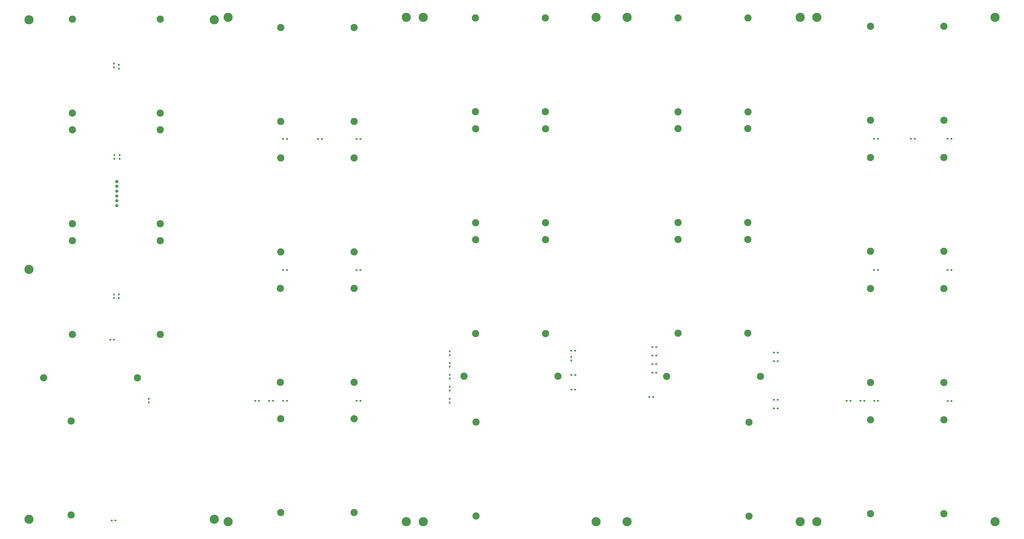
<source format=gts>
G04 #@! TF.GenerationSoftware,KiCad,Pcbnew,7.0.8*
G04 #@! TF.CreationDate,2024-02-17T16:19:58-08:00*
G04 #@! TF.ProjectId,FlexDeploySidePanels,466c6578-4465-4706-9c6f-795369646550,rev?*
G04 #@! TF.SameCoordinates,Original*
G04 #@! TF.FileFunction,Soldermask,Top*
G04 #@! TF.FilePolarity,Negative*
%FSLAX46Y46*%
G04 Gerber Fmt 4.6, Leading zero omitted, Abs format (unit mm)*
G04 Created by KiCad (PCBNEW 7.0.8) date 2024-02-17 16:19:58*
%MOMM*%
%LPD*%
G01*
G04 APERTURE LIST*
G04 Aperture macros list*
%AMRoundRect*
0 Rectangle with rounded corners*
0 $1 Rounding radius*
0 $2 $3 $4 $5 $6 $7 $8 $9 X,Y pos of 4 corners*
0 Add a 4 corners polygon primitive as box body*
4,1,4,$2,$3,$4,$5,$6,$7,$8,$9,$2,$3,0*
0 Add four circle primitives for the rounded corners*
1,1,$1+$1,$2,$3*
1,1,$1+$1,$4,$5*
1,1,$1+$1,$6,$7*
1,1,$1+$1,$8,$9*
0 Add four rect primitives between the rounded corners*
20,1,$1+$1,$2,$3,$4,$5,0*
20,1,$1+$1,$4,$5,$6,$7,0*
20,1,$1+$1,$6,$7,$8,$9,0*
20,1,$1+$1,$8,$9,$2,$3,0*%
G04 Aperture macros list end*
%ADD10RoundRect,0.102000X0.280000X0.200000X-0.280000X0.200000X-0.280000X-0.200000X0.280000X-0.200000X0*%
%ADD11RoundRect,0.102000X-0.280000X-0.200000X0.280000X-0.200000X0.280000X0.200000X-0.280000X0.200000X0*%
%ADD12C,3.000000*%
%ADD13R,1.308000X1.308000*%
%ADD14C,1.308000*%
%ADD15C,2.600000*%
%ADD16C,3.800000*%
%ADD17RoundRect,0.102000X0.200000X-0.280000X0.200000X0.280000X-0.200000X0.280000X-0.200000X-0.280000X0*%
%ADD18RoundRect,0.102000X-0.200000X0.280000X-0.200000X-0.280000X0.200000X-0.280000X0.200000X0.280000X0*%
G04 APERTURE END LIST*
D10*
X401845000Y-261122856D03*
X403415000Y-261122856D03*
D11*
X445105000Y-261574797D03*
X443535000Y-261574797D03*
D12*
X472450000Y-308454797D03*
X472450000Y-269454797D03*
X306900000Y-141450000D03*
X306900000Y-102450000D03*
X147000000Y-141999000D03*
X147000000Y-102999000D03*
D10*
X351380000Y-242777144D03*
X352950000Y-242777144D03*
D13*
X128950000Y-170450000D03*
D14*
X128950000Y-172450000D03*
X128950000Y-174450000D03*
X128950000Y-176450000D03*
X128950000Y-178450000D03*
X128950000Y-180450000D03*
D12*
X277950000Y-194650000D03*
X277950000Y-233650000D03*
D11*
X433655000Y-261574797D03*
X432085000Y-261574797D03*
D10*
X351380000Y-239215716D03*
X352950000Y-239215716D03*
D12*
X391100000Y-141500000D03*
X391100000Y-102500000D03*
D15*
X169450000Y-103250000D03*
D16*
X169450000Y-103250000D03*
D12*
X273150000Y-251300000D03*
X312150000Y-251300000D03*
D17*
X127762000Y-217378000D03*
X127762000Y-218948000D03*
X127762000Y-121435000D03*
X127762000Y-123005000D03*
D12*
X362000000Y-148500000D03*
X362000000Y-187500000D03*
X197000000Y-269000000D03*
X197000000Y-308000000D03*
D10*
X401845000Y-241548572D03*
X403415000Y-241548572D03*
D15*
X92450000Y-310750000D03*
D16*
X92450000Y-310750000D03*
D12*
X98500000Y-252000000D03*
X137500000Y-252000000D03*
D15*
X340900000Y-311750000D03*
D16*
X340900000Y-311750000D03*
D12*
X277900000Y-102450000D03*
X277900000Y-141450000D03*
X441950000Y-160454797D03*
X441950000Y-199454797D03*
D11*
X351654000Y-260000000D03*
X350084000Y-260000000D03*
D12*
X362000000Y-194500000D03*
X362000000Y-233500000D03*
D11*
X187960000Y-261620000D03*
X186390000Y-261620000D03*
X319285000Y-256900000D03*
X317715000Y-256900000D03*
D17*
X127900000Y-159465000D03*
X127900000Y-161035000D03*
D15*
X493700000Y-311750000D03*
D16*
X493700000Y-311750000D03*
D12*
X227500000Y-199666666D03*
X227500000Y-160666666D03*
D10*
X351380000Y-246338572D03*
X352950000Y-246338572D03*
D15*
X328000000Y-311750000D03*
D16*
X328000000Y-311750000D03*
D15*
X412700000Y-311750000D03*
D16*
X412700000Y-311750000D03*
D15*
X340900000Y-102250000D03*
D16*
X340900000Y-102250000D03*
D11*
X199621000Y-207250000D03*
X198051000Y-207250000D03*
X199621000Y-152750000D03*
X198051000Y-152750000D03*
D12*
X391500000Y-309510000D03*
X391500000Y-270510000D03*
D15*
X175200000Y-311750000D03*
D16*
X175200000Y-311750000D03*
D12*
X396250000Y-251460000D03*
X357250000Y-251460000D03*
D15*
X249200000Y-102250000D03*
D16*
X249200000Y-102250000D03*
D10*
X351380000Y-249900000D03*
X352950000Y-249900000D03*
D11*
X445085000Y-152704797D03*
X443515000Y-152704797D03*
D18*
X129772000Y-218948000D03*
X129772000Y-217378000D03*
D11*
X199621000Y-261620000D03*
X198051000Y-261620000D03*
D12*
X196850000Y-214833332D03*
X196850000Y-253833332D03*
D15*
X412700000Y-102250000D03*
D16*
X412700000Y-102250000D03*
D17*
X267200000Y-260750000D03*
X267200000Y-262320000D03*
D15*
X249200000Y-311750000D03*
D16*
X249200000Y-311750000D03*
D15*
X92456000Y-103251000D03*
D16*
X92456000Y-103251000D03*
D17*
X317650000Y-243265000D03*
X317650000Y-244835000D03*
D12*
X441950000Y-214954797D03*
X441950000Y-253954797D03*
D17*
X267200000Y-245815000D03*
X267200000Y-247385000D03*
D12*
X391000000Y-187500000D03*
X391000000Y-148500000D03*
D17*
X142250000Y-260715000D03*
X142250000Y-262285000D03*
D15*
X419720000Y-311750000D03*
D16*
X419720000Y-311750000D03*
D12*
X110500000Y-103000000D03*
X110500000Y-142000000D03*
X147000000Y-188000000D03*
X147000000Y-149000000D03*
D11*
X230101000Y-261620000D03*
X228531000Y-261620000D03*
D12*
X110500000Y-195000000D03*
X110500000Y-234000000D03*
X391000000Y-233500000D03*
X391000000Y-194500000D03*
X197000000Y-106500000D03*
X197000000Y-145500000D03*
D18*
X129772000Y-123565000D03*
X129772000Y-121995000D03*
D12*
X472450000Y-199454797D03*
X472450000Y-160454797D03*
X227500000Y-308000000D03*
X227500000Y-269000000D03*
D15*
X175200000Y-102250000D03*
D16*
X175200000Y-102250000D03*
D11*
X475565000Y-152704797D03*
X473995000Y-152704797D03*
D12*
X227500000Y-253833332D03*
X227500000Y-214833332D03*
X441950000Y-105954797D03*
X441950000Y-144954797D03*
D10*
X317765000Y-250800000D03*
X319335000Y-250800000D03*
D11*
X475585000Y-261704797D03*
X474015000Y-261704797D03*
D15*
X256200000Y-311750000D03*
D16*
X256200000Y-311750000D03*
D12*
X277950000Y-148550000D03*
X277950000Y-187550000D03*
D11*
X214076000Y-152750000D03*
X212506000Y-152750000D03*
D12*
X306950000Y-187550000D03*
X306950000Y-148550000D03*
D15*
X169450000Y-310769000D03*
D16*
X169450000Y-310769000D03*
D12*
X362000000Y-102500000D03*
X362000000Y-141500000D03*
D15*
X419700000Y-102250000D03*
D16*
X419700000Y-102250000D03*
D12*
X441950000Y-269454797D03*
X441950000Y-308454797D03*
D10*
X126780000Y-311250000D03*
X128350000Y-311250000D03*
D11*
X230101000Y-152750000D03*
X228531000Y-152750000D03*
X475545000Y-207204797D03*
X473975000Y-207204797D03*
X193790500Y-261620000D03*
X192220500Y-261620000D03*
D15*
X493700000Y-102250000D03*
D16*
X493700000Y-102250000D03*
D12*
X110000000Y-270000000D03*
X110000000Y-309000000D03*
D17*
X267200000Y-241015000D03*
X267200000Y-242585000D03*
D12*
X278100000Y-309400000D03*
X278100000Y-270400000D03*
X472450000Y-144954797D03*
X472450000Y-105954797D03*
X110500000Y-149000000D03*
X110500000Y-188000000D03*
D15*
X256200000Y-102250000D03*
D16*
X256200000Y-102250000D03*
D15*
X328000000Y-102250000D03*
D16*
X328000000Y-102250000D03*
D12*
X306950000Y-233650000D03*
X306950000Y-194650000D03*
X472450000Y-253954797D03*
X472450000Y-214954797D03*
D17*
X267200000Y-255735000D03*
X267200000Y-257305000D03*
D11*
X403395000Y-264684288D03*
X401825000Y-264684288D03*
X445085000Y-207204797D03*
X443515000Y-207204797D03*
D10*
X401845000Y-245110000D03*
X403415000Y-245110000D03*
D12*
X147000000Y-234000000D03*
X147000000Y-195000000D03*
D11*
X460325000Y-152704797D03*
X458755000Y-152704797D03*
D10*
X126192000Y-236220000D03*
X127762000Y-236220000D03*
D17*
X267200000Y-250765000D03*
X267200000Y-252335000D03*
D11*
X230101000Y-207250000D03*
X228531000Y-207250000D03*
D12*
X197000000Y-160666666D03*
X197000000Y-199666666D03*
D15*
X92450000Y-207000000D03*
D16*
X92450000Y-207000000D03*
D18*
X130150000Y-161015000D03*
X130150000Y-159445000D03*
D11*
X319235000Y-240750000D03*
X317665000Y-240750000D03*
D12*
X227500000Y-145500000D03*
X227500000Y-106500000D03*
D11*
X439380000Y-261574797D03*
X437810000Y-261574797D03*
M02*

</source>
